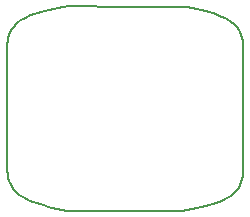
<source format=gbr>
G04 #@! TF.GenerationSoftware,KiCad,Pcbnew,(5.1.9)-1*
G04 #@! TF.CreationDate,2021-05-17T15:52:18-06:00*
G04 #@! TF.ProjectId,Igloo16,49676c6f-6f31-4362-9e6b-696361645f70,rev?*
G04 #@! TF.SameCoordinates,Original*
G04 #@! TF.FileFunction,Profile,NP*
%FSLAX46Y46*%
G04 Gerber Fmt 4.6, Leading zero omitted, Abs format (unit mm)*
G04 Created by KiCad (PCBNEW (5.1.9)-1) date 2021-05-17 15:52:18*
%MOMM*%
%LPD*%
G01*
G04 APERTURE LIST*
G04 #@! TA.AperFunction,Profile*
%ADD10C,0.200000*%
G04 #@! TD*
G04 APERTURE END LIST*
D10*
X104449805Y-101600000D02*
X99524708Y-101600000D01*
X109220000Y-101600000D02*
X104449805Y-101600000D01*
X94449609Y-98003662D02*
X94477215Y-98271617D01*
X94477215Y-98271617D02*
X94508740Y-98535275D01*
X94508740Y-98535275D02*
X94551617Y-98794323D01*
X94551617Y-98794323D02*
X94613282Y-99048448D01*
X94613282Y-99048448D02*
X94701168Y-99297336D01*
X94701168Y-99297336D02*
X94822709Y-99540675D01*
X94822709Y-99540675D02*
X94985341Y-99778152D01*
X94985341Y-99778152D02*
X95196496Y-100009454D01*
X95196496Y-100009454D02*
X95463609Y-100234267D01*
X95463609Y-100234267D02*
X95794115Y-100452279D01*
X95794115Y-100452279D02*
X95985463Y-100558637D01*
X95985463Y-100558637D02*
X96195448Y-100663177D01*
X96195448Y-100663177D02*
X96424997Y-100765860D01*
X96424997Y-100765860D02*
X96675041Y-100866648D01*
X96675041Y-100866648D02*
X96946509Y-100965500D01*
X96946509Y-100965500D02*
X97240329Y-101062378D01*
X97240329Y-101062378D02*
X97557432Y-101157243D01*
X97557432Y-101157243D02*
X97898747Y-101250056D01*
X97898747Y-101250056D02*
X98265203Y-101340777D01*
X98265203Y-101340777D02*
X98657728Y-101429367D01*
X98657728Y-101429367D02*
X99077254Y-101515788D01*
X99077254Y-101515788D02*
X99524708Y-101600000D01*
X114450000Y-98120000D02*
X114422355Y-98387927D01*
X114422355Y-98387927D02*
X114390566Y-98651386D01*
X114390566Y-98651386D02*
X114346970Y-98909895D01*
X114346970Y-98909895D02*
X114283906Y-99162968D01*
X114283906Y-99162968D02*
X114193713Y-99410124D01*
X114193713Y-99410124D02*
X114068730Y-99650878D01*
X114068730Y-99650878D02*
X113901296Y-99884748D01*
X113901296Y-99884748D02*
X113683750Y-100111250D01*
X113683750Y-100111250D02*
X113408430Y-100329899D01*
X113408430Y-100329899D02*
X113067675Y-100540214D01*
X113067675Y-100540214D02*
X112870366Y-100642095D01*
X112870366Y-100642095D02*
X112653825Y-100741711D01*
X112653825Y-100741711D02*
X112417095Y-100839001D01*
X112417095Y-100839001D02*
X112159218Y-100933906D01*
X112159218Y-100933906D02*
X111879237Y-101026364D01*
X111879237Y-101026364D02*
X111576193Y-101116315D01*
X111576193Y-101116315D02*
X111249130Y-101203700D01*
X111249130Y-101203700D02*
X110897089Y-101288457D01*
X110897089Y-101288457D02*
X110519114Y-101370525D01*
X110519114Y-101370525D02*
X110114245Y-101449846D01*
X110114245Y-101449846D02*
X109681526Y-101526357D01*
X109681526Y-101526357D02*
X109220000Y-101600000D01*
X104449805Y-84320000D02*
X99679609Y-84303982D01*
X94449609Y-87783982D02*
X94477253Y-87516054D01*
X94477253Y-87516054D02*
X94509042Y-87252595D01*
X94509042Y-87252595D02*
X94552638Y-86994086D01*
X94552638Y-86994086D02*
X94615702Y-86741013D01*
X94615702Y-86741013D02*
X94705895Y-86493857D01*
X94705895Y-86493857D02*
X94830878Y-86253103D01*
X94830878Y-86253103D02*
X94998312Y-86019233D01*
X94998312Y-86019233D02*
X95215859Y-85792732D01*
X95215859Y-85792732D02*
X95491178Y-85574082D01*
X95491178Y-85574082D02*
X95831933Y-85363767D01*
X95831933Y-85363767D02*
X96029242Y-85261886D01*
X96029242Y-85261886D02*
X96245783Y-85162270D01*
X96245783Y-85162270D02*
X96482513Y-85064980D01*
X96482513Y-85064980D02*
X96740390Y-84970075D01*
X96740390Y-84970075D02*
X97020371Y-84877617D01*
X97020371Y-84877617D02*
X97323415Y-84787666D01*
X97323415Y-84787666D02*
X97650478Y-84700281D01*
X97650478Y-84700281D02*
X98002519Y-84615524D01*
X98002519Y-84615524D02*
X98380494Y-84533456D01*
X98380494Y-84533456D02*
X98785363Y-84454135D01*
X98785363Y-84454135D02*
X99218082Y-84377624D01*
X99218082Y-84377624D02*
X99679609Y-84303982D01*
X109220000Y-84320000D02*
X104449805Y-84320000D01*
X114450000Y-87800000D02*
X114422355Y-87532072D01*
X114422355Y-87532072D02*
X114390566Y-87268613D01*
X114390566Y-87268613D02*
X114346970Y-87010104D01*
X114346970Y-87010104D02*
X114283906Y-86757031D01*
X114283906Y-86757031D02*
X114193713Y-86509875D01*
X114193713Y-86509875D02*
X114068730Y-86269121D01*
X114068730Y-86269121D02*
X113901296Y-86035251D01*
X113901296Y-86035251D02*
X113683750Y-85808750D01*
X113683750Y-85808750D02*
X113408430Y-85590100D01*
X113408430Y-85590100D02*
X113067675Y-85379785D01*
X113067675Y-85379785D02*
X112870366Y-85277904D01*
X112870366Y-85277904D02*
X112653825Y-85178288D01*
X112653825Y-85178288D02*
X112417095Y-85080998D01*
X112417095Y-85080998D02*
X112159218Y-84986093D01*
X112159218Y-84986093D02*
X111879237Y-84893635D01*
X111879237Y-84893635D02*
X111576193Y-84803684D01*
X111576193Y-84803684D02*
X111249130Y-84716299D01*
X111249130Y-84716299D02*
X110897089Y-84631542D01*
X110897089Y-84631542D02*
X110519114Y-84549474D01*
X110519114Y-84549474D02*
X110114245Y-84470153D01*
X110114245Y-84470153D02*
X109681526Y-84393642D01*
X109681526Y-84393642D02*
X109220000Y-84320000D01*
X114450000Y-98120000D02*
X114450000Y-87800000D01*
X94449609Y-87783982D02*
X94449609Y-98003662D01*
M02*

</source>
